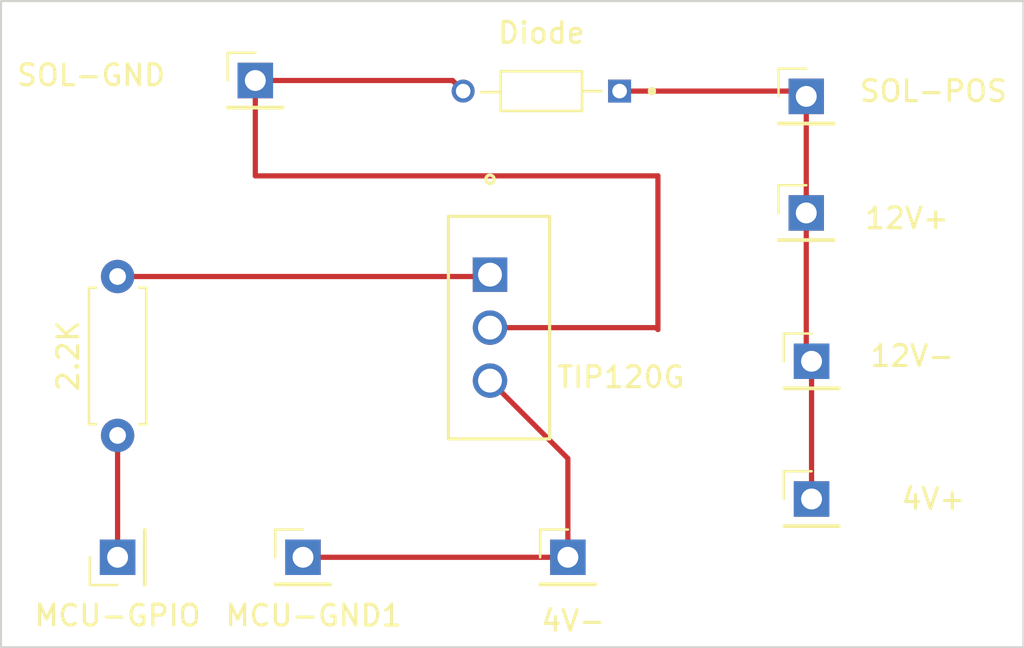
<source format=kicad_pcb>
(kicad_pcb (version 20221018) (generator pcbnew)
  (layers (0 "F.Cu" signal) (31 "B.Cu" signal) (34 "B.Paste" user) (35 "F.Paste" user) (36 "B.SilkS" user "B.Silkscreen") (37 "F.SilkS" user "F.Silkscreen") (38 "B.Mask" user) (39 "F.Mask" user) (44 "Edge.Cuts" user))
  (net 0 "")
  (net 1 "GND")
  (net 2 "Net-(12V+1-Pin_1)")
  (net 3 "Net-(MCU-GPIO1-Pin_1)")
  (net 4 "Net-(Q1-B)")
  (net 5 "Net-(Q1-C)")
  (footprint "Connector_PinHeader_2.54mm:PinHeader_1x01_P2.54mm_Vertical" (layer "F.Cu") (at 167.64 51.054)
    (fp_text reference "12V+" (at 4.826 0.254) (layer "F.SilkS"))
    (fp_text value "Conn_01x01_Pin" hide)
    (fp_line (start -1.33 -1.33) (end 0 -1.33) (stroke (width 0.12)) (layer "F.SilkS"))
    (fp_line (start -1.33 0) (end -1.33 -1.33) (stroke (width 0.12)) (layer "F.SilkS"))
    (fp_line (start -1.33 1.27) (end -1.33 1.33) (stroke (width 0.12)) (layer "F.SilkS"))
    (fp_line (start -1.33 1.27) (end 1.33 1.27) (stroke (width 0.12)) (layer "F.SilkS"))
    (fp_line (start -1.33 1.33) (end 1.33 1.33) (stroke (width 0.12)) (layer "F.SilkS"))
    (fp_line (start 1.33 1.27) (end 1.33 1.33) (stroke (width 0.12)) (layer "F.SilkS"))
    (pad "1" thru_hole rect (at 0 0) (size 1.7 1.7) (drill 1) (layers "*.Cu" "*.Mask") (net 2 "Net-(12V+1-Pin_1)"))
  )
  (footprint "Connector_PinHeader_2.54mm:PinHeader_1x01_P2.54mm_Vertical" (layer "F.Cu") (at 156.21 67.564)
    (fp_text reference "4V-" (at 0.254 3.048) (layer "F.SilkS"))
    (fp_text value "Conn_01x01_Pin" hide)
    (fp_line (start -1.33 -1.33) (end 0 -1.33) (stroke (width 0.12)) (layer "F.SilkS"))
    (fp_line (start -1.33 0) (end -1.33 -1.33) (stroke (width 0.12)) (layer "F.SilkS"))
    (fp_line (start -1.33 1.27) (end -1.33 1.33) (stroke (width 0.12)) (layer "F.SilkS"))
    (fp_line (start -1.33 1.27) (end 1.33 1.27) (stroke (width 0.12)) (layer "F.SilkS"))
    (fp_line (start -1.33 1.33) (end 1.33 1.33) (stroke (width 0.12)) (layer "F.SilkS"))
    (fp_line (start 1.33 1.27) (end 1.33 1.33) (stroke (width 0.12)) (layer "F.SilkS"))
    (pad "1" thru_hole rect (at 0 0) (size 1.7 1.7) (drill 1) (layers "*.Cu" "*.Mask") (net 1 "GND"))
  )
  (footprint "Connector_PinHeader_2.54mm:PinHeader_1x01_P2.54mm_Vertical" (layer "F.Cu") (at 167.894 58.166)
    (fp_text reference "12V-" (at 4.826 -0.254) (layer "F.SilkS"))
    (fp_text value "Conn_01x01_Pin" hide)
    (fp_line (start -1.33 -1.33) (end 0 -1.33) (stroke (width 0.12)) (layer "F.SilkS"))
    (fp_line (start -1.33 0) (end -1.33 -1.33) (stroke (width 0.12)) (layer "F.SilkS"))
    (fp_line (start -1.33 1.27) (end -1.33 1.33) (stroke (width 0.12)) (layer "F.SilkS"))
    (fp_line (start -1.33 1.27) (end 1.33 1.27) (stroke (width 0.12)) (layer "F.SilkS"))
    (fp_line (start -1.33 1.33) (end 1.33 1.33) (stroke (width 0.12)) (layer "F.SilkS"))
    (fp_line (start 1.33 1.27) (end 1.33 1.33) (stroke (width 0.12)) (layer "F.SilkS"))
    (pad "1" thru_hole rect (at 0 0) (size 1.7 1.7) (drill 1) (layers "*.Cu" "*.Mask") (net 2 "Net-(12V+1-Pin_1)"))
  )
  (footprint "1N4150 (1):DIOAD750W50L390D190" (layer "F.Cu") (at 154.94 45.212 180)
    (fp_text reference "Diode" (at 0 2.794) (layer "F.SilkS"))
    (fp_text value "1N4150" hide)
    (fp_line (start -1.95 -0.95) (end 1.95 -0.95) (stroke (width 0.127)) (layer "F.SilkS"))
    (fp_line (start -1.95 0) (end -2.88 0) (stroke (width 0.127)) (layer "F.SilkS"))
    (fp_line (start -1.95 0) (end -1.95 -0.95) (stroke (width 0.127)) (layer "F.SilkS"))
    (fp_line (start -1.95 0.95) (end -1.95 0) (stroke (width 0.127)) (layer "F.SilkS"))
    (fp_line (start 1.95 -0.95) (end 1.95 -0.05) (stroke (width 0.127)) (layer "F.SilkS"))
    (fp_line (start 1.95 -0.05) (end 1.95 0.95) (stroke (width 0.127)) (layer "F.SilkS"))
    (fp_line (start 1.95 -0.05) (end 2.88 -0.05) (stroke (width 0.127)) (layer "F.SilkS"))
    (fp_line (start 1.95 0.95) (end -1.95 0.95) (stroke (width 0.127)) (layer "F.SilkS"))
    (fp_circle (center -5.3 0) (end -5.2 0) (stroke (width 0.2)) (fill none) (layer "F.SilkS"))
    (pad "1" thru_hole rect (at -3.75 0 180) (size 1.1 1.1) (drill 0.7) (layers "*.Cu" "*.Mask") (net 2 "Net-(12V+1-Pin_1)"))
    (pad "2" thru_hole circle (at 3.75 0 180) (size 1.1 1.1) (drill 0.7) (layers "*.Cu" "*.Mask") (net 5 "Net-(Q1-C)"))
  )
  (footprint "Connector_PinHeader_2.54mm:PinHeader_1x01_P2.54mm_Vertical" (layer "F.Cu") (at 167.894 64.77)
    (fp_text reference "4V+" (at 5.842 0) (layer "F.SilkS"))
    (fp_text value "Conn_01x01_Pin" hide)
    (fp_line (start -1.33 -1.33) (end 0 -1.33) (stroke (width 0.12)) (layer "F.SilkS"))
    (fp_line (start -1.33 0) (end -1.33 -1.33) (stroke (width 0.12)) (layer "F.SilkS"))
    (fp_line (start -1.33 1.27) (end -1.33 1.33) (stroke (width 0.12)) (layer "F.SilkS"))
    (fp_line (start -1.33 1.27) (end 1.33 1.27) (stroke (width 0.12)) (layer "F.SilkS"))
    (fp_line (start -1.33 1.33) (end 1.33 1.33) (stroke (width 0.12)) (layer "F.SilkS"))
    (fp_line (start 1.33 1.27) (end 1.33 1.33) (stroke (width 0.12)) (layer "F.SilkS"))
    (pad "1" thru_hole rect (at 0 0) (size 1.7 1.7) (drill 1) (layers "*.Cu" "*.Mask") (net 2 "Net-(12V+1-Pin_1)"))
  )
  (footprint "Connector_PinHeader_2.54mm:PinHeader_1x01_P2.54mm_Vertical" (layer "F.Cu") (at 143.51 67.564)
    (fp_text reference "MCU-GND1" (at 0.508 2.794) (layer "F.SilkS"))
    (fp_text value "Conn_01x01_Pin" hide)
    (fp_line (start -1.33 -1.33) (end 0 -1.33) (stroke (width 0.12)) (layer "F.SilkS"))
    (fp_line (start -1.33 0) (end -1.33 -1.33) (stroke (width 0.12)) (layer "F.SilkS"))
    (fp_line (start -1.33 1.27) (end -1.33 1.33) (stroke (width 0.12)) (layer "F.SilkS"))
    (fp_line (start -1.33 1.27) (end 1.33 1.27) (stroke (width 0.12)) (layer "F.SilkS"))
    (fp_line (start -1.33 1.33) (end 1.33 1.33) (stroke (width 0.12)) (layer "F.SilkS"))
    (fp_line (start 1.33 1.27) (end 1.33 1.33) (stroke (width 0.12)) (layer "F.SilkS"))
    (pad "1" thru_hole rect (at 0 0) (size 1.7 1.7) (drill 1) (layers "*.Cu" "*.Mask") (net 1 "GND"))
  )
  (footprint "Resistor_THT:R_Axial_DIN0207_L6.3mm_D2.5mm_P7.62mm_Horizontal" (layer "F.Cu") (at 134.62 61.722 90)
    (fp_text reference "2.2K" (at 3.81 -2.37 90) (layer "F.SilkS"))
    (fp_text value "R" hide)
    (fp_line (start 0.54 -1.37) (end 7.08 -1.37) (stroke (width 0.12)) (layer "F.SilkS"))
    (fp_line (start 0.54 -1.04) (end 0.54 -1.37) (stroke (width 0.12)) (layer "F.SilkS"))
    (fp_line (start 0.54 1.04) (end 0.54 1.37) (stroke (width 0.12)) (layer "F.SilkS"))
    (fp_line (start 0.54 1.37) (end 7.08 1.37) (stroke (width 0.12)) (layer "F.SilkS"))
    (fp_line (start 7.08 -1.37) (end 7.08 -1.04) (stroke (width 0.12)) (layer "F.SilkS"))
    (fp_line (start 7.08 1.37) (end 7.08 1.04) (stroke (width 0.12)) (layer "F.SilkS"))
    (pad "1" thru_hole circle (at 0 0 90) (size 1.6 1.6) (drill 0.8) (layers "*.Cu" "*.Mask") (net 3 "Net-(MCU-GPIO1-Pin_1)"))
    (pad "2" thru_hole oval (at 7.62 0 90) (size 1.6 1.6) (drill 0.8) (layers "*.Cu" "*.Mask") (net 4 "Net-(Q1-B)"))
  )
  (footprint "Connector_PinHeader_2.54mm:PinHeader_1x01_P2.54mm_Vertical" (layer "F.Cu") (at 141.224 44.704)
    (fp_text reference "SOL-GND" (at -7.874 -0.254) (layer "F.SilkS"))
    (fp_text value "Conn_01x01_Pin" hide)
    (fp_line (start -1.33 -1.33) (end 0 -1.33) (stroke (width 0.12)) (layer "F.SilkS"))
    (fp_line (start -1.33 0) (end -1.33 -1.33) (stroke (width 0.12)) (layer "F.SilkS"))
    (fp_line (start -1.33 1.27) (end -1.33 1.33) (stroke (width 0.12)) (layer "F.SilkS"))
    (fp_line (start -1.33 1.27) (end 1.33 1.27) (stroke (width 0.12)) (layer "F.SilkS"))
    (fp_line (start -1.33 1.33) (end 1.33 1.33) (stroke (width 0.12)) (layer "F.SilkS"))
    (fp_line (start 1.33 1.27) (end 1.33 1.33) (stroke (width 0.12)) (layer "F.SilkS"))
    (pad "1" thru_hole rect (at 0 0) (size 1.7 1.7) (drill 1) (layers "*.Cu" "*.Mask") (net 5 "Net-(Q1-C)"))
  )
  (footprint "footprints:TO-220_STM" (layer "F.Cu") (at 152.4762 54.0131 -90)
    (fp_text reference "TIP120G" (at 4.9149 -6.2738 unlocked) (layer "F.SilkS"))
    (fp_text value "TIP120G")
    (fp_line (start -2.794 -2.8575) (end -2.794 1.9939) (stroke (width 0.1524)) (layer "F.SilkS"))
    (fp_line (start -2.794 1.9939) (end 7.874 1.9939) (stroke (width 0.1524)) (layer "F.SilkS"))
    (fp_line (start 7.874 -2.8575) (end -2.794 -2.8575) (stroke (width 0.1524)) (layer "F.SilkS"))
    (fp_line (start 7.874 1.9939) (end 7.874 -2.8575) (stroke (width 0.1524)) (layer "F.SilkS"))
    (fp_circle (center -4.572 0) (end -4.3688 0) (stroke (width 0.1524)) (fill none) (layer "F.SilkS"))
    (pad "1" thru_hole rect (at 0 0 270) (size 1.651 1.651) (drill 1.143) (layers "*.Cu" "*.Mask") (net 4 "Net-(Q1-B)"))
    (pad "2" thru_hole circle (at 2.54 0 270) (size 1.651 1.651) (drill 1.143) (layers "*.Cu" "*.Mask") (net 5 "Net-(Q1-C)"))
    (pad "3" thru_hole circle (at 5.08 0 270) (size 1.651 1.651) (drill 1.143) (layers "*.Cu" "*.Mask") (net 1 "GND"))
  )
  (footprint "Connector_PinHeader_2.54mm:PinHeader_1x01_P2.54mm_Vertical" (layer "F.Cu") (at 134.62 67.564 90)
    (fp_text reference "MCU-GPIO" (at -2.794 0 180) (layer "F.SilkS"))
    (fp_text value "Conn_01x01_Pin" hide)
    (fp_line (start -1.33 -1.33) (end 0 -1.33) (stroke (width 0.12)) (layer "F.SilkS"))
    (fp_line (start -1.33 0) (end -1.33 -1.33) (stroke (width 0.12)) (layer "F.SilkS"))
    (fp_line (start -1.33 1.27) (end -1.33 1.33) (stroke (width 0.12)) (layer "F.SilkS"))
    (fp_line (start -1.33 1.27) (end 1.33 1.27) (stroke (width 0.12)) (layer "F.SilkS"))
    (fp_line (start -1.33 1.33) (end 1.33 1.33) (stroke (width 0.12)) (layer "F.SilkS"))
    (fp_line (start 1.33 1.27) (end 1.33 1.33) (stroke (width 0.12)) (layer "F.SilkS"))
    (pad "1" thru_hole rect (at 0 0 90) (size 1.7 1.7) (drill 1) (layers "*.Cu" "*.Mask") (net 3 "Net-(MCU-GPIO1-Pin_1)"))
  )
  (footprint "Connector_PinHeader_2.54mm:PinHeader_1x01_P2.54mm_Vertical" (layer "F.Cu") (at 167.64 45.466)
    (fp_text reference "SOL-POS" (at 6.096 -0.254) (layer "F.SilkS"))
    (fp_text value "Conn_01x01_Pin" hide)
    (fp_line (start -1.33 -1.33) (end 0 -1.33) (stroke (width 0.12)) (layer "F.SilkS"))
    (fp_line (start -1.33 0) (end -1.33 -1.33) (stroke (width 0.12)) (layer "F.SilkS"))
    (fp_line (start -1.33 1.27) (end -1.33 1.33) (stroke (width 0.12)) (layer "F.SilkS"))
    (fp_line (start -1.33 1.27) (end 1.33 1.27) (stroke (width 0.12)) (layer "F.SilkS"))
    (fp_line (start -1.33 1.33) (end 1.33 1.33) (stroke (width 0.12)) (layer "F.SilkS"))
    (fp_line (start 1.33 1.27) (end 1.33 1.33) (stroke (width 0.12)) (layer "F.SilkS"))
    (pad "1" thru_hole rect (at 0 0) (size 1.7 1.7) (drill 1) (layers "*.Cu" "*.Mask") (net 2 "Net-(12V+1-Pin_1)"))
  )
  (gr_rect (start 129.032 40.894) (end 178.054 71.882) (stroke (width 0.1)) (fill none) (layer "Edge.Cuts"))
  (segment (start 143.51 67.564) (end 156.21 67.564) (width 0.25) (layer "F.Cu") (net 1))
  (segment (start 156.21 62.8269) (end 152.4762 59.0931) (width 0.25) (layer "F.Cu") (net 1))
  (segment (start 156.21 67.564) (end 156.21 62.8269) (width 0.25) (layer "F.Cu") (net 1))
  (segment (start 155.956 67.818) (end 156.21 67.564) (width 0.25) (layer "F.Cu") (net 1))
  (segment (start 167.894 58.166) (end 167.894 64.77) (width 0.25) (layer "F.Cu") (net 2))
  (segment (start 167.386 45.212) (end 167.64 45.466) (width 0.25) (layer "F.Cu") (net 2))
  (segment (start 167.64 57.912) (end 167.894 58.166) (width 0.25) (layer "F.Cu") (net 2))
  (segment (start 158.69 45.212) (end 167.386 45.212) (width 0.25) (layer "F.Cu") (net 2))
  (segment (start 167.64 51.054) (end 167.64 57.912) (width 0.25) (layer "F.Cu") (net 2))
  (segment (start 167.64 45.466) (end 167.64 51.054) (width 0.25) (layer "F.Cu") (net 2))
  (segment (start 134.62 67.564) (end 134.62 61.722) (width 0.25) (layer "F.Cu") (net 3))
  (segment (start 134.366 61.976) (end 134.62 61.722) (width 0.25) (layer "F.Cu") (net 3))
  (segment (start 152.3873 54.102) (end 152.4762 54.0131) (width 0.25) (layer "F.Cu") (net 4))
  (segment (start 134.62 54.102) (end 152.3873 54.102) (width 0.25) (layer "F.Cu") (net 4))
  (segment (start 160.528 49.276) (end 141.224 49.276) (width 0.25) (layer "F.Cu") (net 5))
  (segment (start 152.4762 56.5531) (end 160.4391 56.5531) (width 0.25) (layer "F.Cu") (net 5))
  (segment (start 150.682 44.704) (end 151.19 45.212) (width 0.25) (layer "F.Cu") (net 5))
  (segment (start 160.528 56.642) (end 160.528 49.276) (width 0.25) (layer "F.Cu") (net 5))
  (segment (start 160.4391 56.5531) (end 160.528 56.642) (width 0.25) (layer "F.Cu") (net 5))
  (segment (start 141.224 49.276) (end 141.224 44.704) (width 0.25) (layer "F.Cu") (net 5))
  (segment (start 141.224 44.704) (end 150.682 44.704) (width 0.25) (layer "F.Cu") (net 5))
)
</source>
